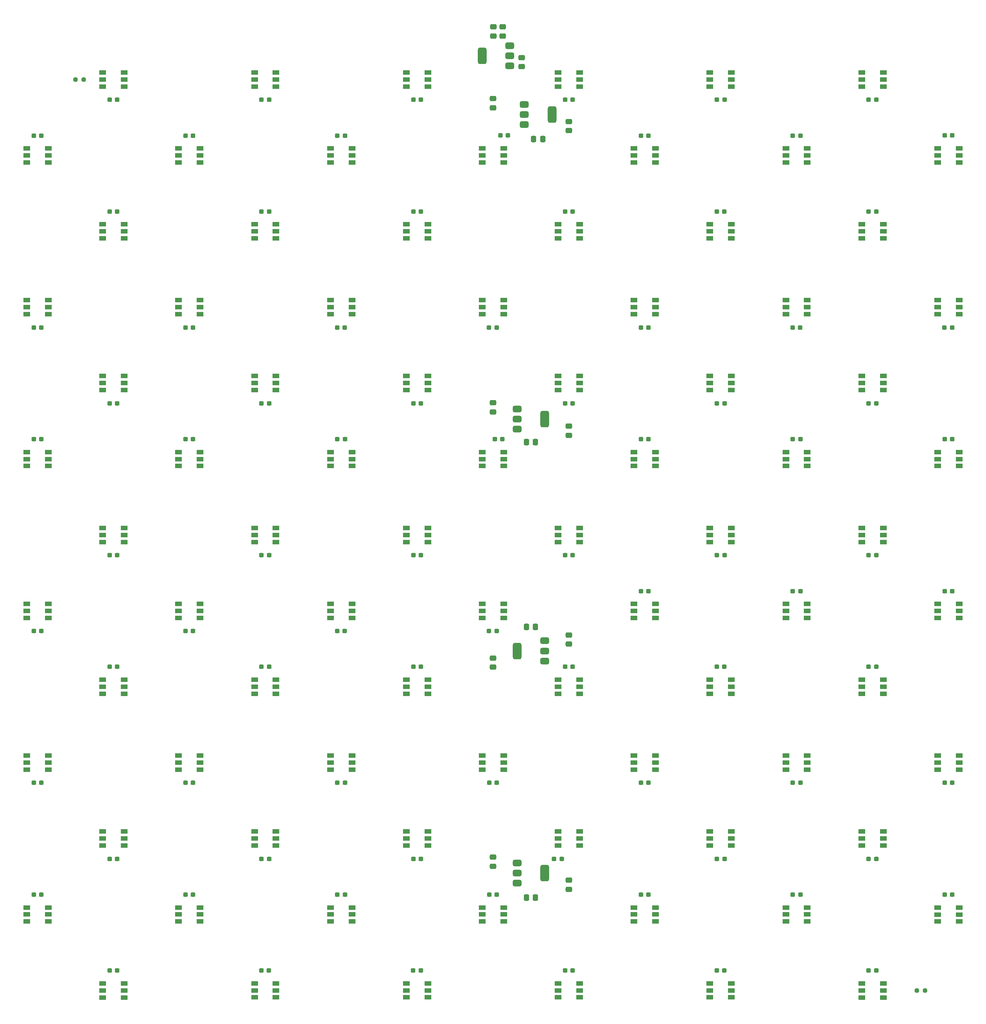
<source format=gtp>
G04 #@! TF.GenerationSoftware,KiCad,Pcbnew,8.0.5*
G04 #@! TF.CreationDate,2024-10-14T18:30:02-05:00*
G04 #@! TF.ProjectId,morg_grad_cap,6d6f7267-5f67-4726-9164-5f6361702e6b,rev?*
G04 #@! TF.SameCoordinates,Original*
G04 #@! TF.FileFunction,Paste,Top*
G04 #@! TF.FilePolarity,Positive*
%FSLAX46Y46*%
G04 Gerber Fmt 4.6, Leading zero omitted, Abs format (unit mm)*
G04 Created by KiCad (PCBNEW 8.0.5) date 2024-10-14 18:30:02*
%MOMM*%
%LPD*%
G01*
G04 APERTURE LIST*
G04 Aperture macros list*
%AMRoundRect*
0 Rectangle with rounded corners*
0 $1 Rounding radius*
0 $2 $3 $4 $5 $6 $7 $8 $9 X,Y pos of 4 corners*
0 Add a 4 corners polygon primitive as box body*
4,1,4,$2,$3,$4,$5,$6,$7,$8,$9,$2,$3,0*
0 Add four circle primitives for the rounded corners*
1,1,$1+$1,$2,$3*
1,1,$1+$1,$4,$5*
1,1,$1+$1,$6,$7*
1,1,$1+$1,$8,$9*
0 Add four rect primitives between the rounded corners*
20,1,$1+$1,$2,$3,$4,$5,0*
20,1,$1+$1,$4,$5,$6,$7,0*
20,1,$1+$1,$6,$7,$8,$9,0*
20,1,$1+$1,$8,$9,$2,$3,0*%
G04 Aperture macros list end*
%ADD10RoundRect,0.375000X0.625000X0.375000X-0.625000X0.375000X-0.625000X-0.375000X0.625000X-0.375000X0*%
%ADD11RoundRect,0.500000X0.500000X1.400000X-0.500000X1.400000X-0.500000X-1.400000X0.500000X-1.400000X0*%
%ADD12RoundRect,0.250000X0.475000X-0.337500X0.475000X0.337500X-0.475000X0.337500X-0.475000X-0.337500X0*%
%ADD13RoundRect,0.250000X-0.475000X0.337500X-0.475000X-0.337500X0.475000X-0.337500X0.475000X0.337500X0*%
%ADD14RoundRect,0.250000X-0.337500X-0.475000X0.337500X-0.475000X0.337500X0.475000X-0.337500X0.475000X0*%
%ADD15RoundRect,0.250000X0.337500X0.475000X-0.337500X0.475000X-0.337500X-0.475000X0.337500X-0.475000X0*%
%ADD16RoundRect,0.237500X-0.300000X-0.237500X0.300000X-0.237500X0.300000X0.237500X-0.300000X0.237500X0*%
%ADD17R,1.500000X1.000000*%
%ADD18RoundRect,0.237500X0.300000X0.237500X-0.300000X0.237500X-0.300000X-0.237500X0.300000X-0.237500X0*%
%ADD19RoundRect,0.375000X-0.625000X-0.375000X0.625000X-0.375000X0.625000X0.375000X-0.625000X0.375000X0*%
%ADD20RoundRect,0.500000X-0.500000X-1.400000X0.500000X-1.400000X0.500000X1.400000X-0.500000X1.400000X0*%
%ADD21RoundRect,0.237500X-0.250000X-0.237500X0.250000X-0.237500X0.250000X0.237500X-0.250000X0.237500X0*%
G04 APERTURE END LIST*
D10*
X123839998Y-13199999D03*
X123840003Y-10900000D03*
D11*
X117540003Y-10900000D03*
D10*
X123840005Y-8600004D03*
D12*
X122230000Y-6397499D03*
X122230000Y-4322499D03*
X120049999Y-6390002D03*
X120049999Y-4315002D03*
D13*
X126520000Y-11272500D03*
X126520000Y-13347500D03*
X137284831Y-198622500D03*
X137284831Y-200697500D03*
D12*
X137284823Y-144857500D03*
X137284823Y-142782500D03*
D13*
X137280000Y-95222500D03*
X137280000Y-97297500D03*
D12*
X120000035Y-22707500D03*
X120000035Y-20632500D03*
X119999995Y-195427500D03*
X119999995Y-193352500D03*
D14*
X127604913Y-202605131D03*
X129679913Y-202605131D03*
D13*
X119999991Y-148012500D03*
X119999991Y-150087500D03*
D15*
X129667500Y-140951868D03*
X127592500Y-140951868D03*
D12*
X120000014Y-91997500D03*
X120000014Y-89922500D03*
D15*
X129667500Y-98820000D03*
X127592500Y-98820000D03*
D13*
X137284747Y-27947500D03*
X137284747Y-25872500D03*
D14*
X131327500Y-29815392D03*
X129252500Y-29815392D03*
D16*
X153707164Y-201920000D03*
X155432164Y-201920000D03*
D17*
X221259658Y-204830013D03*
X221259658Y-206430012D03*
X221259658Y-208030013D03*
X226159658Y-208030013D03*
X226159658Y-206430014D03*
X226159658Y-204830013D03*
D18*
X136416849Y-46340000D03*
X138141849Y-46340000D03*
X67277500Y-46340000D03*
X69002500Y-46340000D03*
X34405000Y-219180000D03*
X32680000Y-219180000D03*
X67283000Y-193730000D03*
X69008000Y-193730000D03*
D16*
X153707080Y-29070000D03*
X155432080Y-29070000D03*
D18*
X69008003Y-20850000D03*
X67283003Y-20850000D03*
D16*
X119136493Y-176450000D03*
X120861493Y-176450000D03*
D17*
X82980327Y-101115174D03*
X82980327Y-102715173D03*
X82980327Y-104315174D03*
X87880327Y-104315174D03*
X87880327Y-102715175D03*
X87880327Y-101115174D03*
X221258993Y-66545501D03*
X221258993Y-68145500D03*
X221258993Y-69745501D03*
X226158993Y-69745501D03*
X226158993Y-68145502D03*
X226158993Y-66545501D03*
D16*
X123432500Y-29040000D03*
X121707500Y-29040000D03*
D17*
X70595497Y-87030340D03*
X70595496Y-85430340D03*
X70595496Y-83830339D03*
X65695493Y-83830342D03*
X65695494Y-85430342D03*
X65695494Y-87030343D03*
X186689245Y-66545450D03*
X186689245Y-68145449D03*
X186689245Y-69745450D03*
X191589245Y-69745450D03*
X191589245Y-68145451D03*
X191589245Y-66545450D03*
X70595501Y-156169658D03*
X70595500Y-154569658D03*
X70595500Y-152969657D03*
X65695497Y-152969660D03*
X65695498Y-154569660D03*
X65695498Y-156169661D03*
D18*
X172689499Y-219180001D03*
X170964499Y-219180001D03*
D17*
X152119663Y-101115167D03*
X152119663Y-102715166D03*
X152119663Y-104315167D03*
X157019663Y-104315167D03*
X157019663Y-102715168D03*
X157019663Y-101115167D03*
X208879674Y-225310007D03*
X208879673Y-223710007D03*
X208879673Y-222110006D03*
X203979670Y-222110009D03*
X203979671Y-223710009D03*
X203979671Y-225310010D03*
X82980334Y-31975838D03*
X82980334Y-33575837D03*
X82980334Y-35175838D03*
X87880334Y-35175838D03*
X87880334Y-33575839D03*
X87880334Y-31975838D03*
D16*
X84567827Y-98200000D03*
X86292827Y-98200000D03*
D17*
X105165164Y-190739322D03*
X105165163Y-189139322D03*
X105165163Y-187539321D03*
X100265160Y-187539324D03*
X100265161Y-189139324D03*
X100265161Y-190739325D03*
D19*
X125492422Y-91300000D03*
X125492422Y-93600000D03*
D20*
X131792422Y-93600000D03*
D19*
X125492422Y-95900000D03*
D17*
X117550014Y-101115162D03*
X117550014Y-102715161D03*
X117550014Y-104315162D03*
X122450014Y-104315162D03*
X122450014Y-102715163D03*
X122450014Y-101115162D03*
D18*
X69007995Y-90020000D03*
X67282995Y-90020000D03*
D16*
X119111007Y-72740001D03*
X120836007Y-72740001D03*
D17*
X48410686Y-31975834D03*
X48410686Y-33575833D03*
X48410686Y-35175834D03*
X53310686Y-35175834D03*
X53310686Y-33575835D03*
X53310686Y-31975834D03*
X152119678Y-135684827D03*
X152119678Y-137284826D03*
X152119678Y-138884827D03*
X157019678Y-138884827D03*
X157019678Y-137284828D03*
X157019678Y-135684827D03*
D16*
X49998186Y-29070000D03*
X51723186Y-29070000D03*
X15422668Y-201920000D03*
X17147668Y-201920000D03*
D18*
X170986394Y-46340000D03*
X172711394Y-46340000D03*
X34432500Y-150040000D03*
X32707500Y-150040000D03*
X172716995Y-124580000D03*
X170991995Y-124580000D03*
D17*
X174304533Y-87030412D03*
X174304532Y-85430412D03*
X174304532Y-83830411D03*
X169404529Y-83830414D03*
X169404530Y-85430414D03*
X169404530Y-87030415D03*
X152119664Y-204824157D03*
X152119664Y-206424156D03*
X152119664Y-208024157D03*
X157019664Y-208024157D03*
X157019664Y-206424158D03*
X157019664Y-204824157D03*
D18*
X101852662Y-193730000D03*
X103577662Y-193730000D03*
D17*
X105165170Y-156169661D03*
X105165169Y-154569661D03*
X105165169Y-152969660D03*
X100265166Y-152969663D03*
X100265167Y-154569663D03*
X100265167Y-156169664D03*
X105165205Y-17891083D03*
X105165204Y-16291084D03*
X105165204Y-14691082D03*
X100265201Y-14691085D03*
X100265202Y-16291084D03*
X100265202Y-17891086D03*
D16*
X188250252Y-72740003D03*
X189975252Y-72740003D03*
D18*
X34438334Y-124580000D03*
X32713334Y-124580000D03*
D17*
X174304414Y-52460616D03*
X174304413Y-50860616D03*
X174304413Y-49260615D03*
X169404410Y-49260618D03*
X169404411Y-50860618D03*
X169404411Y-52460619D03*
D16*
X222846408Y-98200000D03*
X224571408Y-98200000D03*
D21*
X218362500Y-223750000D03*
X216537500Y-223750000D03*
D17*
X105165166Y-225309000D03*
X105165165Y-223709000D03*
X105165165Y-222108999D03*
X100265162Y-222109002D03*
X100265163Y-223709002D03*
X100265163Y-225309003D03*
X208874163Y-52460667D03*
X208874162Y-50860667D03*
X208874162Y-49260666D03*
X203974159Y-49260669D03*
X203974160Y-50860669D03*
X203974160Y-52460670D03*
X139734869Y-52460746D03*
X139734868Y-50860746D03*
X139734868Y-49260745D03*
X134834865Y-49260748D03*
X134834866Y-50860748D03*
X134834866Y-52460749D03*
X82980332Y-204824169D03*
X82980332Y-206424168D03*
X82980332Y-208024169D03*
X87880332Y-208024169D03*
X87880332Y-206424170D03*
X87880332Y-204824169D03*
D18*
X172716996Y-20850000D03*
X170991996Y-20850000D03*
D17*
X13840336Y-31969993D03*
X13840335Y-33569993D03*
X13840335Y-35169995D03*
X18740336Y-35169993D03*
X18740337Y-33569993D03*
X18740337Y-31969991D03*
X36020003Y-225309654D03*
X36020002Y-223709655D03*
X36020002Y-222109653D03*
X31119999Y-222109656D03*
X31120000Y-223709655D03*
X31120000Y-225309657D03*
D16*
X49997163Y-176450000D03*
X51722163Y-176450000D03*
D17*
X105165168Y-52460669D03*
X105165167Y-50860670D03*
X105165167Y-49260668D03*
X100265164Y-49260671D03*
X100265165Y-50860670D03*
X100265165Y-52460672D03*
D16*
X153707163Y-98200000D03*
X155432163Y-98200000D03*
X188276864Y-98200000D03*
X190001864Y-98200000D03*
X222847158Y-201920000D03*
X224572158Y-201920000D03*
D17*
X117549998Y-170254495D03*
X117549998Y-171854494D03*
X117549998Y-173454495D03*
X122449998Y-173454495D03*
X122449998Y-171854496D03*
X122449998Y-170254495D03*
X70595504Y-121599997D03*
X70595503Y-119999997D03*
X70595503Y-118399996D03*
X65695500Y-118399999D03*
X65695501Y-119999999D03*
X65695501Y-121600000D03*
D18*
X138147331Y-90020000D03*
X136422331Y-90020000D03*
D17*
X117550035Y-31975916D03*
X117550035Y-33575915D03*
X117550035Y-35175916D03*
X122450035Y-35175916D03*
X122450035Y-33575917D03*
X122450035Y-31975916D03*
D18*
X103577660Y-124580000D03*
X101852660Y-124580000D03*
D17*
X221259664Y-31980007D03*
X221259664Y-33580006D03*
X221259664Y-35180007D03*
X226159664Y-35180007D03*
X226159664Y-33580008D03*
X226159664Y-31980007D03*
X139734749Y-17890953D03*
X139734748Y-16290953D03*
X139734748Y-14690952D03*
X134834745Y-14690955D03*
X134834746Y-16290955D03*
X134834746Y-17890956D03*
X186689327Y-135684831D03*
X186689327Y-137284830D03*
X186689327Y-138884831D03*
X191589327Y-138884831D03*
X191589327Y-137284832D03*
X191589327Y-135684831D03*
X208874179Y-190739324D03*
X208874178Y-189139324D03*
X208874178Y-187539323D03*
X203974175Y-187539326D03*
X203974176Y-189139326D03*
X203974176Y-190739327D03*
X152119656Y-170254502D03*
X152119656Y-171854501D03*
X152119656Y-173454502D03*
X157019656Y-173454502D03*
X157019656Y-171854503D03*
X157019656Y-170254502D03*
X221259027Y-135684908D03*
X221259027Y-137284907D03*
X221259027Y-138884908D03*
X226159027Y-138884908D03*
X226159027Y-137284909D03*
X226159027Y-135684908D03*
X174304513Y-156169657D03*
X174304512Y-154569657D03*
X174304512Y-152969656D03*
X169404509Y-152969659D03*
X169404510Y-154569659D03*
X169404510Y-156169660D03*
D16*
X120832500Y-141910000D03*
X119107500Y-141910000D03*
D17*
X122449991Y-135684838D03*
X122449991Y-137284839D03*
X122449991Y-138884838D03*
X117549991Y-138884838D03*
X117549991Y-137284837D03*
X117549991Y-135684838D03*
D16*
X119137495Y-201920000D03*
X120862495Y-201920000D03*
X15427836Y-29070000D03*
X17152836Y-29070000D03*
X49971670Y-72740000D03*
X51696670Y-72740000D03*
D17*
X36025170Y-17885167D03*
X36025169Y-16285167D03*
X36025169Y-14685166D03*
X31125166Y-14685169D03*
X31125167Y-16285169D03*
X31125167Y-17885170D03*
D16*
X84566826Y-176450001D03*
X86291826Y-176450001D03*
D18*
X207280823Y-150039998D03*
X205555823Y-150039998D03*
D16*
X120392526Y-98189999D03*
X122117526Y-98189999D03*
D21*
X24937500Y-16285168D03*
X26762500Y-16285168D03*
D16*
X188276827Y-132790000D03*
X190001827Y-132790000D03*
D18*
X103577703Y-20850000D03*
X101852703Y-20850000D03*
D17*
X139734825Y-156169669D03*
X139734824Y-154569669D03*
X139734824Y-152969668D03*
X134834821Y-152969671D03*
X134834822Y-154569671D03*
X134834822Y-156169672D03*
D18*
X172711173Y-150040000D03*
X170986173Y-150040000D03*
D16*
X86266357Y-72740000D03*
X84541357Y-72740000D03*
D17*
X186689328Y-31975837D03*
X186689328Y-33575836D03*
X186689328Y-35175837D03*
X191589328Y-35175837D03*
X191589328Y-33575838D03*
X191589328Y-31975837D03*
D16*
X222846527Y-132790000D03*
X224571527Y-132790000D03*
D18*
X101847148Y-46340000D03*
X103572148Y-46340000D03*
D17*
X48410663Y-66545509D03*
X48410663Y-68145508D03*
X48410663Y-69745509D03*
X53310663Y-69745509D03*
X53310663Y-68145510D03*
X53310663Y-66545509D03*
X152119699Y-66545579D03*
X152119699Y-68145578D03*
X152119699Y-69745579D03*
X157019699Y-69745579D03*
X157019699Y-68145580D03*
X157019699Y-66545579D03*
D16*
X222847164Y-29040000D03*
X224572164Y-29040000D03*
D17*
X82980350Y-66545498D03*
X82980350Y-68145497D03*
X82980350Y-69745498D03*
X87880350Y-69745498D03*
X87880350Y-68145499D03*
X87880350Y-66545498D03*
X208874197Y-121600074D03*
X208874196Y-120000074D03*
X208874196Y-118400073D03*
X203974193Y-118400076D03*
X203974194Y-120000076D03*
X203974194Y-121600077D03*
D16*
X84567834Y-29070000D03*
X86292834Y-29070000D03*
D17*
X48410669Y-204824160D03*
X48410668Y-206424160D03*
X48410668Y-208024162D03*
X53310669Y-208024160D03*
X53310670Y-206424160D03*
X53310670Y-204824158D03*
D19*
X127140000Y-26580000D03*
D20*
X133440000Y-24280000D03*
D19*
X127140000Y-24280000D03*
X127140000Y-21980000D03*
D17*
X36025841Y-87030332D03*
X36025840Y-85430333D03*
X36025840Y-83830331D03*
X31125837Y-83830334D03*
X31125838Y-85430333D03*
X31125838Y-87030335D03*
D18*
X69008002Y-124580000D03*
X67283002Y-124580000D03*
X32717500Y-20850000D03*
X34442500Y-20850000D03*
D17*
X174304500Y-225308993D03*
X174304499Y-223708993D03*
X174304499Y-222108992D03*
X169404496Y-222108995D03*
X169404497Y-223708995D03*
X169404497Y-225308996D03*
D16*
X49998171Y-98200000D03*
X51723171Y-98200000D03*
D18*
X69002163Y-150040000D03*
X67277163Y-150040000D03*
D16*
X15425000Y-72740001D03*
X17150000Y-72740001D03*
D17*
X186689322Y-204824170D03*
X186689322Y-206424169D03*
X186689322Y-208024170D03*
X191589322Y-208024170D03*
X191589322Y-206424171D03*
X191589322Y-204824170D03*
X48410665Y-135684827D03*
X48410665Y-137284826D03*
X48410665Y-138884827D03*
X53310665Y-138884827D03*
X53310665Y-137284828D03*
X53310665Y-135684827D03*
X139734833Y-87030334D03*
X139734832Y-85430334D03*
X139734832Y-83830333D03*
X134834829Y-83830336D03*
X134834830Y-85430336D03*
X134834830Y-87030337D03*
D18*
X68980499Y-219180000D03*
X67255499Y-219180000D03*
D17*
X70595520Y-52460665D03*
X70595519Y-50860665D03*
X70595519Y-49260664D03*
X65695516Y-49260667D03*
X65695517Y-50860667D03*
X65695517Y-52460668D03*
X174304497Y-121599997D03*
X174304496Y-119999997D03*
X174304496Y-118399996D03*
X169404493Y-118399999D03*
X169404494Y-119999999D03*
X169404494Y-121600000D03*
D16*
X155432178Y-132790000D03*
X153707178Y-132790000D03*
D17*
X48410668Y-170254505D03*
X48410668Y-171854504D03*
X48410668Y-173454505D03*
X53310668Y-173454505D03*
X53310668Y-171854506D03*
X53310668Y-170254505D03*
X208874162Y-156169662D03*
X208874161Y-154569662D03*
X208874161Y-152969661D03*
X203974158Y-152969664D03*
X203974159Y-154569664D03*
X203974159Y-156169665D03*
X36025836Y-121599994D03*
X36025835Y-119999994D03*
X36025835Y-118399993D03*
X31125832Y-118399996D03*
X31125833Y-119999996D03*
X31125833Y-121599997D03*
X186689364Y-101115243D03*
X186689364Y-102715242D03*
X186689364Y-104315243D03*
X191589364Y-104315243D03*
X191589364Y-102715244D03*
X191589364Y-101115243D03*
X174304498Y-17891003D03*
X174304497Y-16291003D03*
X174304497Y-14691002D03*
X169404494Y-14691005D03*
X169404495Y-16291005D03*
X169404495Y-17891006D03*
X117549999Y-66545501D03*
X117549999Y-68145500D03*
X117549999Y-69745501D03*
X122449999Y-69745501D03*
X122449999Y-68145502D03*
X122449999Y-66545501D03*
D16*
X188276822Y-201920000D03*
X190001822Y-201920000D03*
D17*
X82980335Y-135684830D03*
X82980335Y-137284829D03*
X82980335Y-138884830D03*
X87880335Y-138884830D03*
X87880335Y-137284831D03*
X87880335Y-135684830D03*
X70595502Y-190739336D03*
X70595501Y-189139336D03*
X70595501Y-187539335D03*
X65695498Y-187539338D03*
X65695499Y-189139338D03*
X65695499Y-190739339D03*
X186689343Y-170254491D03*
X186689343Y-171854490D03*
X186689343Y-173454491D03*
X191589343Y-173454491D03*
X191589343Y-171854492D03*
X191589343Y-170254491D03*
X13841002Y-101115163D03*
X13841002Y-102715162D03*
X13841002Y-104315163D03*
X18741002Y-104315163D03*
X18741002Y-102715164D03*
X18741002Y-101115163D03*
D16*
X153680706Y-72740000D03*
X155405706Y-72740000D03*
D18*
X207264670Y-219180002D03*
X205539670Y-219180002D03*
D17*
X221258908Y-101115113D03*
X221258908Y-102715112D03*
X221258908Y-104315113D03*
X226158908Y-104315113D03*
X226158908Y-102715114D03*
X226158908Y-101115113D03*
D18*
X138147247Y-20850000D03*
X136422247Y-20850000D03*
D17*
X70595505Y-17891005D03*
X70595504Y-16291005D03*
X70595504Y-14691004D03*
X65695501Y-14691007D03*
X65695502Y-16291007D03*
X65695502Y-17891008D03*
D16*
X222845490Y-176449999D03*
X224570490Y-176449999D03*
D17*
X13841004Y-135684840D03*
X13841004Y-137284839D03*
X13841004Y-138884840D03*
X18741004Y-138884840D03*
X18741004Y-137284841D03*
X18741004Y-135684840D03*
D18*
X133927500Y-193730000D03*
X135652500Y-193730000D03*
D16*
X153706151Y-176450000D03*
X155431151Y-176450000D03*
D17*
X139734833Y-190739325D03*
X139734832Y-189139325D03*
X139734832Y-187539324D03*
X134834829Y-187539327D03*
X134834830Y-189139327D03*
X134834830Y-190739328D03*
X221258994Y-170254497D03*
X221258994Y-171854496D03*
X221258994Y-173454497D03*
X226158994Y-173454497D03*
X226158994Y-171854498D03*
X226158994Y-170254497D03*
X82980330Y-170254491D03*
X82980330Y-171854490D03*
X82980330Y-173454491D03*
X87880330Y-173454491D03*
X87880330Y-171854492D03*
X87880330Y-170254491D03*
D18*
X138119824Y-219179999D03*
X136394824Y-219179999D03*
D17*
X48410671Y-101115165D03*
X48410671Y-102715164D03*
X48410671Y-104315165D03*
X53310671Y-104315165D03*
X53310671Y-102715166D03*
X53310671Y-101115165D03*
D16*
X188275838Y-176450000D03*
X190000838Y-176450000D03*
D19*
X125492413Y-194710000D03*
X125492413Y-197010000D03*
D20*
X131792413Y-197010000D03*
D19*
X125492413Y-199310000D03*
D17*
X152119580Y-31975785D03*
X152119580Y-33575784D03*
X152119580Y-35175785D03*
X157019580Y-35175785D03*
X157019580Y-33575786D03*
X157019580Y-31975785D03*
D16*
X15428502Y-98200000D03*
X17153502Y-98200000D03*
D18*
X207286695Y-124580000D03*
X205561695Y-124580000D03*
X103571833Y-150040000D03*
X101846833Y-150040000D03*
D16*
X49987500Y-141910000D03*
X51712500Y-141910000D03*
D18*
X172717031Y-90020000D03*
X170992031Y-90020000D03*
X138147346Y-124580000D03*
X136422346Y-124580000D03*
D17*
X117549995Y-204824154D03*
X117549995Y-206424153D03*
X117549995Y-208024154D03*
X122449995Y-208024154D03*
X122449995Y-206424155D03*
X122449995Y-204824154D03*
X13835168Y-204824825D03*
X13835167Y-206424825D03*
X13835167Y-208024827D03*
X18735168Y-208024825D03*
X18735169Y-206424825D03*
X18735169Y-204824823D03*
X208874079Y-87030280D03*
X208874078Y-85430280D03*
X208874078Y-83830279D03*
X203974075Y-83830282D03*
X203974076Y-85430282D03*
X203974076Y-87030283D03*
X105165183Y-87030330D03*
X105165182Y-85430330D03*
X105165182Y-83830329D03*
X100265179Y-83830332D03*
X100265180Y-85430332D03*
X100265180Y-87030333D03*
D16*
X15427500Y-141910000D03*
X17152500Y-141910000D03*
D18*
X32713336Y-193730000D03*
X34438336Y-193730000D03*
X138141487Y-150040001D03*
X136416487Y-150040001D03*
X207287332Y-20850000D03*
X205562332Y-20850000D03*
X207286577Y-90020000D03*
X205561577Y-90020000D03*
X170991988Y-193730000D03*
X172716988Y-193730000D03*
D17*
X105165162Y-121600004D03*
X105165161Y-120000004D03*
X105165161Y-118400003D03*
X100265158Y-118400006D03*
X100265159Y-120000006D03*
X100265159Y-121600007D03*
X139734848Y-121599993D03*
X139734847Y-119999993D03*
X139734847Y-118399992D03*
X134834844Y-118399995D03*
X134834845Y-119999995D03*
X134834845Y-121599996D03*
D16*
X188276828Y-29070000D03*
X190001828Y-29070000D03*
X84567832Y-201920000D03*
X86292832Y-201920000D03*
X222820000Y-72740000D03*
X224545000Y-72740000D03*
X49998169Y-201920000D03*
X51723169Y-201920000D03*
D17*
X36025838Y-156169670D03*
X36025837Y-154569671D03*
X36025837Y-152969669D03*
X31125834Y-152969672D03*
X31125835Y-154569671D03*
X31125835Y-156169673D03*
D18*
X103577681Y-90020000D03*
X101852681Y-90020000D03*
D17*
X13841006Y-66545502D03*
X13841006Y-68145501D03*
X13841006Y-69745502D03*
X18741006Y-69745502D03*
X18741006Y-68145503D03*
X18741006Y-66545502D03*
X36025832Y-52460678D03*
X36025831Y-50860678D03*
X36025831Y-49260677D03*
X31125828Y-49260680D03*
X31125829Y-50860680D03*
X31125829Y-52460681D03*
D18*
X205556143Y-46340000D03*
X207281143Y-46340000D03*
X207286677Y-193730000D03*
X205561677Y-193730000D03*
D17*
X36025838Y-190739329D03*
X36025837Y-189139329D03*
X36025837Y-187539328D03*
X31125834Y-187539331D03*
X31125835Y-189139331D03*
X31125835Y-190739332D03*
X13841005Y-170254496D03*
X13841004Y-171854496D03*
X13841004Y-173454498D03*
X18741005Y-173454496D03*
X18741006Y-171854496D03*
X18741006Y-170254494D03*
D18*
X103550163Y-219180001D03*
X101825163Y-219180001D03*
D16*
X84525000Y-141910000D03*
X86250000Y-141910000D03*
D17*
X208874834Y-17895174D03*
X208874833Y-16295174D03*
X208874833Y-14695173D03*
X203974830Y-14695176D03*
X203974831Y-16295176D03*
X203974831Y-17895177D03*
D18*
X34435000Y-90020000D03*
X32710000Y-90020000D03*
D17*
X70595503Y-225308992D03*
X70595502Y-223708992D03*
X70595502Y-222108991D03*
X65695499Y-222108994D03*
X65695500Y-223708994D03*
X65695500Y-225308995D03*
X139734828Y-225308985D03*
X139734827Y-223708985D03*
X139734827Y-222108984D03*
X134834824Y-222108987D03*
X134834825Y-223708987D03*
X134834825Y-225308988D03*
X174304490Y-190739334D03*
X174304489Y-189139334D03*
X174304489Y-187539333D03*
X169404486Y-187539336D03*
X169404487Y-189139336D03*
X169404487Y-190739337D03*
D18*
X34412500Y-46340000D03*
X32687500Y-46340000D03*
D16*
X17152500Y-176450000D03*
X15427500Y-176450000D03*
D10*
X131779998Y-148700000D03*
X131780000Y-146400000D03*
D11*
X125480000Y-146400000D03*
D10*
X131780002Y-144100002D03*
M02*

</source>
